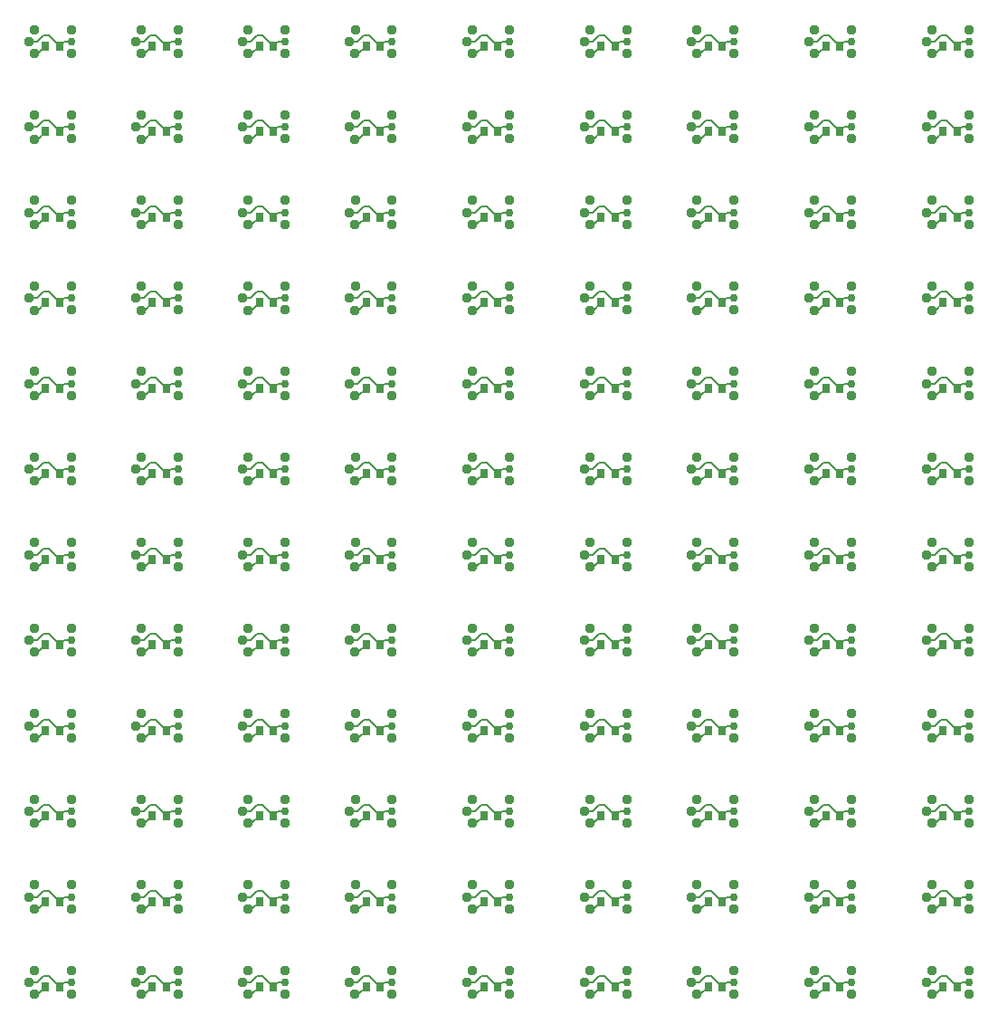
<source format=gbl>
G75*
%MOIN*%
%OFA0B0*%
%FSLAX25Y25*%
%IPPOS*%
%LPD*%
%AMOC8*
5,1,8,0,0,1.08239X$1,22.5*
%
%ADD10C,0.03772*%
%ADD11R,0.02756X0.03543*%
%ADD12C,0.00600*%
%ADD13C,0.02978*%
D10*
X0024135Y0024076D03*
X0022166Y0028465D03*
X0024253Y0032914D03*
X0037717Y0032914D03*
X0037757Y0024095D03*
X0061536Y0028465D03*
X0063505Y0024076D03*
X0063623Y0032914D03*
X0077087Y0032914D03*
X0077127Y0024095D03*
X0100906Y0028465D03*
X0102875Y0024076D03*
X0102993Y0032914D03*
X0116457Y0032914D03*
X0116497Y0024095D03*
X0140276Y0028465D03*
X0142245Y0024076D03*
X0142363Y0032914D03*
X0155828Y0032914D03*
X0155867Y0024095D03*
X0183583Y0028465D03*
X0185552Y0024076D03*
X0185670Y0032914D03*
X0199135Y0032914D03*
X0199174Y0024095D03*
X0226891Y0028465D03*
X0228859Y0024076D03*
X0228977Y0032914D03*
X0242442Y0032914D03*
X0242481Y0024095D03*
X0266261Y0028465D03*
X0268229Y0024076D03*
X0268347Y0032914D03*
X0281812Y0032914D03*
X0281851Y0024095D03*
X0309568Y0028465D03*
X0311536Y0024076D03*
X0311654Y0032914D03*
X0325119Y0032914D03*
X0325158Y0024095D03*
X0352875Y0028465D03*
X0354843Y0024076D03*
X0354961Y0032914D03*
X0368426Y0032914D03*
X0368465Y0024095D03*
X0368465Y0055591D03*
X0368426Y0064410D03*
X0354961Y0064410D03*
X0352875Y0059961D03*
X0354843Y0055572D03*
X0325158Y0055591D03*
X0325119Y0064410D03*
X0311654Y0064410D03*
X0309568Y0059961D03*
X0311536Y0055572D03*
X0281851Y0055591D03*
X0281812Y0064410D03*
X0268347Y0064410D03*
X0266261Y0059961D03*
X0268229Y0055572D03*
X0242481Y0055591D03*
X0242442Y0064410D03*
X0228977Y0064410D03*
X0226891Y0059961D03*
X0228859Y0055572D03*
X0199174Y0055591D03*
X0199135Y0064410D03*
X0185670Y0064410D03*
X0183583Y0059961D03*
X0185552Y0055572D03*
X0155867Y0055591D03*
X0155828Y0064410D03*
X0142363Y0064410D03*
X0140276Y0059961D03*
X0142245Y0055572D03*
X0116497Y0055591D03*
X0116457Y0064410D03*
X0102993Y0064410D03*
X0100906Y0059961D03*
X0102875Y0055572D03*
X0077127Y0055591D03*
X0077087Y0064410D03*
X0063623Y0064410D03*
X0061536Y0059961D03*
X0063505Y0055572D03*
X0037757Y0055591D03*
X0037717Y0064410D03*
X0024253Y0064410D03*
X0022166Y0059961D03*
X0024135Y0055572D03*
X0024135Y0087068D03*
X0022166Y0091457D03*
X0024253Y0095906D03*
X0037717Y0095906D03*
X0037757Y0087087D03*
X0061536Y0091457D03*
X0063623Y0095906D03*
X0063505Y0087068D03*
X0077127Y0087087D03*
X0077087Y0095906D03*
X0077127Y0118583D03*
X0077087Y0127402D03*
X0063623Y0127402D03*
X0061536Y0122954D03*
X0063505Y0118564D03*
X0037757Y0118583D03*
X0037717Y0127402D03*
X0024253Y0127402D03*
X0022166Y0122954D03*
X0024135Y0118564D03*
X0024135Y0150060D03*
X0022166Y0154450D03*
X0024253Y0158898D03*
X0037717Y0158898D03*
X0037757Y0150080D03*
X0061536Y0154450D03*
X0063505Y0150060D03*
X0063623Y0158898D03*
X0077087Y0158898D03*
X0077127Y0150080D03*
X0100906Y0154450D03*
X0102875Y0150060D03*
X0102993Y0158898D03*
X0116457Y0158898D03*
X0116497Y0150080D03*
X0116457Y0127402D03*
X0116497Y0118583D03*
X0102875Y0118564D03*
X0100906Y0122954D03*
X0102993Y0127402D03*
X0102993Y0095906D03*
X0100906Y0091457D03*
X0102875Y0087068D03*
X0116497Y0087087D03*
X0116457Y0095906D03*
X0140276Y0091457D03*
X0142363Y0095906D03*
X0142245Y0087068D03*
X0155867Y0087087D03*
X0155828Y0095906D03*
X0155867Y0118583D03*
X0155828Y0127402D03*
X0142363Y0127402D03*
X0140276Y0122954D03*
X0142245Y0118564D03*
X0142245Y0150060D03*
X0140276Y0154450D03*
X0142363Y0158898D03*
X0155828Y0158898D03*
X0155867Y0150080D03*
X0183583Y0154450D03*
X0185552Y0150060D03*
X0185670Y0158898D03*
X0199135Y0158898D03*
X0199174Y0150080D03*
X0199135Y0127402D03*
X0199174Y0118583D03*
X0185552Y0118564D03*
X0183583Y0122954D03*
X0185670Y0127402D03*
X0185670Y0095906D03*
X0183583Y0091457D03*
X0185552Y0087068D03*
X0199174Y0087087D03*
X0199135Y0095906D03*
X0226891Y0091457D03*
X0228977Y0095906D03*
X0228859Y0087068D03*
X0242481Y0087087D03*
X0242442Y0095906D03*
X0242481Y0118583D03*
X0242442Y0127402D03*
X0228977Y0127402D03*
X0226891Y0122954D03*
X0228859Y0118564D03*
X0228859Y0150060D03*
X0226891Y0154450D03*
X0228977Y0158898D03*
X0242442Y0158898D03*
X0242481Y0150080D03*
X0266261Y0154450D03*
X0268229Y0150060D03*
X0268347Y0158898D03*
X0281812Y0158898D03*
X0281851Y0150080D03*
X0281812Y0127402D03*
X0281851Y0118583D03*
X0268229Y0118564D03*
X0266261Y0122954D03*
X0268347Y0127402D03*
X0268347Y0095906D03*
X0266261Y0091457D03*
X0268229Y0087068D03*
X0281851Y0087087D03*
X0281812Y0095906D03*
X0309568Y0091457D03*
X0311654Y0095906D03*
X0311536Y0087068D03*
X0325158Y0087087D03*
X0325119Y0095906D03*
X0325158Y0118583D03*
X0325119Y0127402D03*
X0311654Y0127402D03*
X0309568Y0122954D03*
X0311536Y0118564D03*
X0311536Y0150060D03*
X0309568Y0154450D03*
X0311654Y0158898D03*
X0325119Y0158898D03*
X0325158Y0150080D03*
X0352875Y0154450D03*
X0354843Y0150060D03*
X0354961Y0158898D03*
X0368426Y0158898D03*
X0368465Y0150080D03*
X0368426Y0127402D03*
X0368465Y0118583D03*
X0354843Y0118564D03*
X0352875Y0122954D03*
X0354961Y0127402D03*
X0354961Y0095906D03*
X0352875Y0091457D03*
X0354843Y0087068D03*
X0368465Y0087087D03*
X0368426Y0095906D03*
X0368465Y0181576D03*
X0368426Y0190394D03*
X0354961Y0190394D03*
X0352875Y0185946D03*
X0354843Y0181556D03*
X0325158Y0181576D03*
X0325119Y0190394D03*
X0311654Y0190394D03*
X0309568Y0185946D03*
X0311536Y0181556D03*
X0281851Y0181576D03*
X0281812Y0190394D03*
X0268347Y0190394D03*
X0266261Y0185946D03*
X0268229Y0181556D03*
X0242481Y0181576D03*
X0242442Y0190394D03*
X0228977Y0190394D03*
X0226891Y0185946D03*
X0228859Y0181556D03*
X0199174Y0181576D03*
X0199135Y0190394D03*
X0185670Y0190394D03*
X0183583Y0185946D03*
X0185552Y0181556D03*
X0155867Y0181576D03*
X0155828Y0190394D03*
X0142363Y0190394D03*
X0140276Y0185946D03*
X0142245Y0181556D03*
X0116497Y0181576D03*
X0116457Y0190394D03*
X0102993Y0190394D03*
X0100906Y0185946D03*
X0102875Y0181556D03*
X0077127Y0181576D03*
X0077087Y0190394D03*
X0063623Y0190394D03*
X0061536Y0185946D03*
X0063505Y0181556D03*
X0037757Y0181576D03*
X0037717Y0190394D03*
X0024253Y0190394D03*
X0022166Y0185946D03*
X0024135Y0181556D03*
X0024135Y0213052D03*
X0022166Y0217442D03*
X0024253Y0221891D03*
X0037717Y0221891D03*
X0037757Y0213072D03*
X0061536Y0217442D03*
X0063505Y0213052D03*
X0063623Y0221891D03*
X0077087Y0221891D03*
X0077127Y0213072D03*
X0100906Y0217442D03*
X0102875Y0213052D03*
X0102993Y0221891D03*
X0116457Y0221891D03*
X0116497Y0213072D03*
X0140276Y0217442D03*
X0142245Y0213052D03*
X0142363Y0221891D03*
X0155828Y0221891D03*
X0155867Y0213072D03*
X0183583Y0217442D03*
X0185552Y0213052D03*
X0185670Y0221891D03*
X0199135Y0221891D03*
X0199174Y0213072D03*
X0226891Y0217442D03*
X0228859Y0213052D03*
X0228977Y0221891D03*
X0242442Y0221891D03*
X0242481Y0213072D03*
X0266261Y0217442D03*
X0268229Y0213052D03*
X0268347Y0221891D03*
X0281812Y0221891D03*
X0281851Y0213072D03*
X0309568Y0217442D03*
X0311536Y0213052D03*
X0311654Y0221891D03*
X0325119Y0221891D03*
X0325158Y0213072D03*
X0352875Y0217442D03*
X0354843Y0213052D03*
X0354961Y0221891D03*
X0368426Y0221891D03*
X0368465Y0213072D03*
X0368465Y0244568D03*
X0368426Y0253387D03*
X0354961Y0253387D03*
X0352875Y0248938D03*
X0354843Y0244548D03*
X0325158Y0244568D03*
X0325119Y0253387D03*
X0311654Y0253387D03*
X0309568Y0248938D03*
X0311536Y0244548D03*
X0281851Y0244568D03*
X0281812Y0253387D03*
X0268347Y0253387D03*
X0266261Y0248938D03*
X0268229Y0244548D03*
X0242481Y0244568D03*
X0242442Y0253387D03*
X0228977Y0253387D03*
X0226891Y0248938D03*
X0228859Y0244548D03*
X0199174Y0244568D03*
X0199135Y0253387D03*
X0185670Y0253387D03*
X0183583Y0248938D03*
X0185552Y0244548D03*
X0155867Y0244568D03*
X0155828Y0253387D03*
X0142363Y0253387D03*
X0140276Y0248938D03*
X0142245Y0244548D03*
X0116497Y0244568D03*
X0116457Y0253387D03*
X0102993Y0253387D03*
X0100906Y0248938D03*
X0102875Y0244548D03*
X0077127Y0244568D03*
X0077087Y0253387D03*
X0063623Y0253387D03*
X0061536Y0248938D03*
X0063505Y0244548D03*
X0037757Y0244568D03*
X0037717Y0253387D03*
X0024253Y0253387D03*
X0022166Y0248938D03*
X0024135Y0244548D03*
X0024135Y0276044D03*
X0022166Y0280434D03*
X0024253Y0284883D03*
X0037717Y0284883D03*
X0037757Y0276064D03*
X0061536Y0280434D03*
X0063505Y0276044D03*
X0063623Y0284883D03*
X0077087Y0284883D03*
X0077127Y0276064D03*
X0100906Y0280434D03*
X0102875Y0276044D03*
X0102993Y0284883D03*
X0116457Y0284883D03*
X0116497Y0276064D03*
X0140276Y0280434D03*
X0142245Y0276044D03*
X0142363Y0284883D03*
X0155828Y0284883D03*
X0155867Y0276064D03*
X0183583Y0280434D03*
X0185552Y0276044D03*
X0185670Y0284883D03*
X0199135Y0284883D03*
X0199174Y0276064D03*
X0226891Y0280434D03*
X0228859Y0276044D03*
X0228977Y0284883D03*
X0242442Y0284883D03*
X0242481Y0276064D03*
X0266261Y0280434D03*
X0268229Y0276044D03*
X0268347Y0284883D03*
X0281812Y0284883D03*
X0281851Y0276064D03*
X0309568Y0280434D03*
X0311536Y0276044D03*
X0311654Y0284883D03*
X0325119Y0284883D03*
X0325158Y0276064D03*
X0352875Y0280434D03*
X0354843Y0276044D03*
X0354961Y0284883D03*
X0368426Y0284883D03*
X0368465Y0276064D03*
X0368465Y0307560D03*
X0368426Y0316379D03*
X0354961Y0316379D03*
X0352875Y0311930D03*
X0354843Y0307540D03*
X0325158Y0307560D03*
X0325119Y0316379D03*
X0311654Y0316379D03*
X0309568Y0311930D03*
X0311536Y0307540D03*
X0281851Y0307560D03*
X0281812Y0316379D03*
X0268347Y0316379D03*
X0266261Y0311930D03*
X0268229Y0307540D03*
X0242481Y0307560D03*
X0242442Y0316379D03*
X0228977Y0316379D03*
X0226891Y0311930D03*
X0228859Y0307540D03*
X0199174Y0307560D03*
X0199135Y0316379D03*
X0185670Y0316379D03*
X0183583Y0311930D03*
X0185552Y0307540D03*
X0155867Y0307560D03*
X0155828Y0316379D03*
X0142363Y0316379D03*
X0140276Y0311930D03*
X0142245Y0307540D03*
X0116497Y0307560D03*
X0116457Y0316379D03*
X0102993Y0316379D03*
X0100906Y0311930D03*
X0102875Y0307540D03*
X0077127Y0307560D03*
X0077087Y0316379D03*
X0063623Y0316379D03*
X0061536Y0311930D03*
X0063505Y0307540D03*
X0037757Y0307560D03*
X0037717Y0316379D03*
X0024253Y0316379D03*
X0022166Y0311930D03*
X0024135Y0307540D03*
X0024135Y0339036D03*
X0022166Y0343426D03*
X0024253Y0347875D03*
X0037717Y0347875D03*
X0037757Y0339056D03*
X0061536Y0343426D03*
X0063505Y0339036D03*
X0063623Y0347875D03*
X0077087Y0347875D03*
X0077127Y0339056D03*
X0100906Y0343426D03*
X0102875Y0339036D03*
X0102993Y0347875D03*
X0116457Y0347875D03*
X0116497Y0339056D03*
X0140276Y0343426D03*
X0142245Y0339036D03*
X0142363Y0347875D03*
X0155828Y0347875D03*
X0155867Y0339056D03*
X0183583Y0343426D03*
X0185552Y0339036D03*
X0185670Y0347875D03*
X0199135Y0347875D03*
X0199174Y0339056D03*
X0226891Y0343426D03*
X0228859Y0339036D03*
X0228977Y0347875D03*
X0242442Y0347875D03*
X0242481Y0339056D03*
X0266261Y0343426D03*
X0268229Y0339036D03*
X0268347Y0347875D03*
X0281812Y0347875D03*
X0281851Y0339056D03*
X0309568Y0343426D03*
X0311536Y0339036D03*
X0311654Y0347875D03*
X0325119Y0347875D03*
X0325158Y0339056D03*
X0352875Y0343426D03*
X0354843Y0339036D03*
X0354961Y0347875D03*
X0368426Y0347875D03*
X0368465Y0339056D03*
X0368465Y0370552D03*
X0368426Y0379371D03*
X0354961Y0379371D03*
X0352875Y0374922D03*
X0354843Y0370532D03*
X0325158Y0370552D03*
X0325119Y0379371D03*
X0311654Y0379371D03*
X0309568Y0374922D03*
X0311536Y0370532D03*
X0281851Y0370552D03*
X0281812Y0379371D03*
X0268347Y0379371D03*
X0266261Y0374922D03*
X0268229Y0370532D03*
X0242481Y0370552D03*
X0242442Y0379371D03*
X0228977Y0379371D03*
X0226891Y0374922D03*
X0228859Y0370532D03*
X0199174Y0370552D03*
X0199135Y0379371D03*
X0185670Y0379371D03*
X0183583Y0374922D03*
X0185552Y0370532D03*
X0155867Y0370552D03*
X0155828Y0379371D03*
X0142363Y0379371D03*
X0140276Y0374922D03*
X0142245Y0370532D03*
X0116497Y0370552D03*
X0116457Y0379371D03*
X0102993Y0379371D03*
X0100906Y0374922D03*
X0102875Y0370532D03*
X0077127Y0370552D03*
X0077087Y0379371D03*
X0063623Y0379371D03*
X0061536Y0374922D03*
X0063505Y0370532D03*
X0037757Y0370552D03*
X0037717Y0379371D03*
X0024253Y0379371D03*
X0022166Y0374922D03*
X0024135Y0370532D03*
D11*
X0028297Y0373257D03*
X0033415Y0373257D03*
X0033415Y0341761D03*
X0028297Y0341761D03*
X0028297Y0310265D03*
X0033415Y0310265D03*
X0033415Y0278769D03*
X0028297Y0278769D03*
X0028297Y0247273D03*
X0033415Y0247273D03*
X0033415Y0215777D03*
X0028297Y0215777D03*
X0028297Y0184281D03*
X0033415Y0184281D03*
X0033415Y0152785D03*
X0028297Y0152785D03*
X0028297Y0121289D03*
X0033415Y0121289D03*
X0033415Y0089792D03*
X0028297Y0089792D03*
X0028297Y0058296D03*
X0033415Y0058296D03*
X0033415Y0026800D03*
X0028297Y0026800D03*
X0067667Y0026800D03*
X0072785Y0026800D03*
X0072785Y0058296D03*
X0067667Y0058296D03*
X0067667Y0089792D03*
X0072785Y0089792D03*
X0072785Y0121289D03*
X0067667Y0121289D03*
X0067667Y0152785D03*
X0072785Y0152785D03*
X0072785Y0184281D03*
X0067667Y0184281D03*
X0067667Y0215777D03*
X0072785Y0215777D03*
X0072785Y0247273D03*
X0067667Y0247273D03*
X0067667Y0278769D03*
X0072785Y0278769D03*
X0072785Y0310265D03*
X0067667Y0310265D03*
X0067667Y0341761D03*
X0072785Y0341761D03*
X0072785Y0373257D03*
X0067667Y0373257D03*
X0107037Y0373257D03*
X0112155Y0373257D03*
X0112155Y0341761D03*
X0107037Y0341761D03*
X0107037Y0310265D03*
X0112155Y0310265D03*
X0112155Y0278769D03*
X0107037Y0278769D03*
X0107037Y0247273D03*
X0112155Y0247273D03*
X0112155Y0215777D03*
X0107037Y0215777D03*
X0107037Y0184281D03*
X0112155Y0184281D03*
X0112155Y0152785D03*
X0107037Y0152785D03*
X0107037Y0121289D03*
X0112155Y0121289D03*
X0112155Y0089792D03*
X0107037Y0089792D03*
X0107037Y0058296D03*
X0112155Y0058296D03*
X0112155Y0026800D03*
X0107037Y0026800D03*
X0146407Y0026800D03*
X0151525Y0026800D03*
X0151525Y0058296D03*
X0146407Y0058296D03*
X0146407Y0089792D03*
X0151525Y0089792D03*
X0151525Y0121289D03*
X0146407Y0121289D03*
X0146407Y0152785D03*
X0151525Y0152785D03*
X0151525Y0184281D03*
X0146407Y0184281D03*
X0146407Y0215777D03*
X0151525Y0215777D03*
X0151525Y0247273D03*
X0146407Y0247273D03*
X0146407Y0278769D03*
X0151525Y0278769D03*
X0151525Y0310265D03*
X0146407Y0310265D03*
X0146407Y0341761D03*
X0151525Y0341761D03*
X0151525Y0373257D03*
X0146407Y0373257D03*
X0189714Y0373257D03*
X0194832Y0373257D03*
X0194832Y0341761D03*
X0189714Y0341761D03*
X0189714Y0310265D03*
X0194832Y0310265D03*
X0194832Y0278769D03*
X0189714Y0278769D03*
X0189714Y0247273D03*
X0194832Y0247273D03*
X0194832Y0215777D03*
X0189714Y0215777D03*
X0189714Y0184281D03*
X0194832Y0184281D03*
X0194832Y0152785D03*
X0189714Y0152785D03*
X0189714Y0121289D03*
X0194832Y0121289D03*
X0194832Y0089792D03*
X0189714Y0089792D03*
X0189714Y0058296D03*
X0194832Y0058296D03*
X0194832Y0026800D03*
X0189714Y0026800D03*
X0233021Y0026800D03*
X0238139Y0026800D03*
X0238139Y0058296D03*
X0233021Y0058296D03*
X0233021Y0089792D03*
X0238139Y0089792D03*
X0238139Y0121289D03*
X0233021Y0121289D03*
X0233021Y0152785D03*
X0238139Y0152785D03*
X0238139Y0184281D03*
X0233021Y0184281D03*
X0233021Y0215777D03*
X0238139Y0215777D03*
X0238139Y0247273D03*
X0233021Y0247273D03*
X0233021Y0278769D03*
X0238139Y0278769D03*
X0238139Y0310265D03*
X0233021Y0310265D03*
X0233021Y0341761D03*
X0238139Y0341761D03*
X0238139Y0373257D03*
X0233021Y0373257D03*
X0272391Y0373257D03*
X0277509Y0373257D03*
X0277509Y0341761D03*
X0272391Y0341761D03*
X0272391Y0310265D03*
X0277509Y0310265D03*
X0277509Y0278769D03*
X0272391Y0278769D03*
X0272391Y0247273D03*
X0277509Y0247273D03*
X0277509Y0215777D03*
X0272391Y0215777D03*
X0272391Y0184281D03*
X0277509Y0184281D03*
X0277509Y0152785D03*
X0272391Y0152785D03*
X0272391Y0121289D03*
X0277509Y0121289D03*
X0277509Y0089792D03*
X0272391Y0089792D03*
X0272391Y0058296D03*
X0277509Y0058296D03*
X0277509Y0026800D03*
X0272391Y0026800D03*
X0315698Y0026800D03*
X0320816Y0026800D03*
X0320816Y0058296D03*
X0315698Y0058296D03*
X0315698Y0089792D03*
X0320816Y0089792D03*
X0320816Y0121289D03*
X0315698Y0121289D03*
X0315698Y0152785D03*
X0320816Y0152785D03*
X0320816Y0184281D03*
X0315698Y0184281D03*
X0315698Y0215777D03*
X0320816Y0215777D03*
X0320816Y0247273D03*
X0315698Y0247273D03*
X0315698Y0278769D03*
X0320816Y0278769D03*
X0320816Y0310265D03*
X0315698Y0310265D03*
X0315698Y0341761D03*
X0320816Y0341761D03*
X0320816Y0373257D03*
X0315698Y0373257D03*
X0359005Y0373257D03*
X0364123Y0373257D03*
X0364123Y0341761D03*
X0359005Y0341761D03*
X0359005Y0310265D03*
X0364123Y0310265D03*
X0364123Y0278769D03*
X0359005Y0278769D03*
X0359005Y0247273D03*
X0364123Y0247273D03*
X0364123Y0215777D03*
X0359005Y0215777D03*
X0359005Y0184281D03*
X0364123Y0184281D03*
X0364123Y0152785D03*
X0359005Y0152785D03*
X0359005Y0121289D03*
X0364123Y0121289D03*
X0364123Y0089792D03*
X0359005Y0089792D03*
X0359005Y0058296D03*
X0364123Y0058296D03*
X0364123Y0026800D03*
X0359005Y0026800D03*
D12*
X0356281Y0024076D01*
X0354843Y0024076D01*
X0354646Y0028465D02*
X0352875Y0028465D01*
X0355804Y0028465D01*
X0358149Y0030810D01*
X0360114Y0030810D01*
X0364123Y0026800D01*
X0365788Y0028465D01*
X0368623Y0028465D01*
X0356281Y0055572D02*
X0359005Y0058296D01*
X0355804Y0059961D02*
X0358149Y0062306D01*
X0360114Y0062306D01*
X0364123Y0058296D01*
X0365788Y0059961D01*
X0368623Y0059961D01*
X0355804Y0059961D02*
X0352875Y0059961D01*
X0354646Y0059961D01*
X0354843Y0055572D02*
X0356281Y0055572D01*
X0325316Y0059961D02*
X0322481Y0059961D01*
X0320816Y0058296D01*
X0316807Y0062306D01*
X0314842Y0062306D01*
X0312497Y0059961D01*
X0309568Y0059961D01*
X0311339Y0059961D01*
X0311536Y0055572D02*
X0312973Y0055572D01*
X0315698Y0058296D01*
X0314842Y0030810D02*
X0312497Y0028465D01*
X0309568Y0028465D01*
X0311339Y0028465D01*
X0314842Y0030810D02*
X0316807Y0030810D01*
X0320816Y0026800D01*
X0322481Y0028465D01*
X0325316Y0028465D01*
X0315698Y0026800D02*
X0312973Y0024076D01*
X0311536Y0024076D01*
X0282009Y0028465D02*
X0279174Y0028465D01*
X0277509Y0026800D01*
X0273500Y0030810D01*
X0271535Y0030810D01*
X0269190Y0028465D01*
X0266261Y0028465D01*
X0268032Y0028465D01*
X0268229Y0024076D02*
X0269666Y0024076D01*
X0272391Y0026800D01*
X0242639Y0028465D02*
X0239804Y0028465D01*
X0238139Y0026800D01*
X0234129Y0030810D01*
X0232164Y0030810D01*
X0229820Y0028465D01*
X0226891Y0028465D01*
X0228662Y0028465D01*
X0228859Y0024076D02*
X0230296Y0024076D01*
X0233021Y0026800D01*
X0230296Y0055572D02*
X0228859Y0055572D01*
X0230296Y0055572D02*
X0233021Y0058296D01*
X0229820Y0059961D02*
X0232164Y0062306D01*
X0234129Y0062306D01*
X0238139Y0058296D01*
X0239804Y0059961D01*
X0242639Y0059961D01*
X0229820Y0059961D02*
X0226891Y0059961D01*
X0228662Y0059961D01*
X0228859Y0087068D02*
X0230296Y0087068D01*
X0233021Y0089792D01*
X0229820Y0091457D02*
X0232164Y0093802D01*
X0234129Y0093802D01*
X0238139Y0089792D01*
X0239804Y0091457D01*
X0242639Y0091457D01*
X0229820Y0091457D02*
X0226891Y0091457D01*
X0228662Y0091457D01*
X0228859Y0118564D02*
X0230296Y0118564D01*
X0233021Y0121289D01*
X0229820Y0122954D02*
X0232164Y0125298D01*
X0234129Y0125298D01*
X0238139Y0121289D01*
X0239804Y0122954D01*
X0242639Y0122954D01*
X0229820Y0122954D02*
X0226891Y0122954D01*
X0228662Y0122954D01*
X0228859Y0150060D02*
X0230296Y0150060D01*
X0233021Y0152785D01*
X0229820Y0154450D02*
X0232164Y0156794D01*
X0234129Y0156794D01*
X0238139Y0152785D01*
X0239804Y0154450D01*
X0242639Y0154450D01*
X0229820Y0154450D02*
X0226891Y0154450D01*
X0228662Y0154450D01*
X0228859Y0181556D02*
X0230296Y0181556D01*
X0233021Y0184281D01*
X0229820Y0185946D02*
X0232164Y0188290D01*
X0234129Y0188290D01*
X0238139Y0184281D01*
X0239804Y0185946D01*
X0242639Y0185946D01*
X0229820Y0185946D02*
X0226891Y0185946D01*
X0228662Y0185946D01*
X0228859Y0213052D02*
X0230296Y0213052D01*
X0233021Y0215777D01*
X0229820Y0217442D02*
X0232164Y0219786D01*
X0234129Y0219786D01*
X0238139Y0215777D01*
X0239804Y0217442D01*
X0242639Y0217442D01*
X0229820Y0217442D02*
X0226891Y0217442D01*
X0228662Y0217442D01*
X0228859Y0244548D02*
X0230296Y0244548D01*
X0233021Y0247273D01*
X0229820Y0248938D02*
X0232164Y0251282D01*
X0234129Y0251282D01*
X0238139Y0247273D01*
X0239804Y0248938D01*
X0242639Y0248938D01*
X0229820Y0248938D02*
X0226891Y0248938D01*
X0228662Y0248938D01*
X0228859Y0276044D02*
X0230296Y0276044D01*
X0233021Y0278769D01*
X0229820Y0280434D02*
X0232164Y0282779D01*
X0234129Y0282779D01*
X0238139Y0278769D01*
X0239804Y0280434D01*
X0242639Y0280434D01*
X0229820Y0280434D02*
X0226891Y0280434D01*
X0228662Y0280434D01*
X0228859Y0307540D02*
X0230296Y0307540D01*
X0233021Y0310265D01*
X0229820Y0311930D02*
X0232164Y0314275D01*
X0234129Y0314275D01*
X0238139Y0310265D01*
X0239804Y0311930D01*
X0242639Y0311930D01*
X0229820Y0311930D02*
X0226891Y0311930D01*
X0228662Y0311930D01*
X0228859Y0339036D02*
X0230296Y0339036D01*
X0233021Y0341761D01*
X0229820Y0343426D02*
X0232164Y0345771D01*
X0234129Y0345771D01*
X0238139Y0341761D01*
X0239804Y0343426D01*
X0242639Y0343426D01*
X0229820Y0343426D02*
X0226891Y0343426D01*
X0228662Y0343426D01*
X0228859Y0370532D02*
X0230296Y0370532D01*
X0233021Y0373257D01*
X0229820Y0374922D02*
X0232164Y0377267D01*
X0234129Y0377267D01*
X0238139Y0373257D01*
X0239804Y0374922D01*
X0242639Y0374922D01*
X0229820Y0374922D02*
X0226891Y0374922D01*
X0228662Y0374922D01*
X0199331Y0374922D02*
X0196497Y0374922D01*
X0194832Y0373257D01*
X0190822Y0377267D01*
X0188857Y0377267D01*
X0186513Y0374922D01*
X0183583Y0374922D01*
X0185355Y0374922D01*
X0185552Y0370532D02*
X0186989Y0370532D01*
X0189714Y0373257D01*
X0188857Y0345771D02*
X0190822Y0345771D01*
X0194832Y0341761D01*
X0196497Y0343426D01*
X0199331Y0343426D01*
X0189714Y0341761D02*
X0186989Y0339036D01*
X0185552Y0339036D01*
X0185355Y0343426D02*
X0183583Y0343426D01*
X0186513Y0343426D01*
X0188857Y0345771D01*
X0188857Y0314275D02*
X0190822Y0314275D01*
X0194832Y0310265D01*
X0196497Y0311930D01*
X0199331Y0311930D01*
X0189714Y0310265D02*
X0186989Y0307540D01*
X0185552Y0307540D01*
X0185355Y0311930D02*
X0183583Y0311930D01*
X0186513Y0311930D01*
X0188857Y0314275D01*
X0188857Y0282779D02*
X0190822Y0282779D01*
X0194832Y0278769D01*
X0196497Y0280434D01*
X0199331Y0280434D01*
X0189714Y0278769D02*
X0186989Y0276044D01*
X0185552Y0276044D01*
X0185355Y0280434D02*
X0183583Y0280434D01*
X0186513Y0280434D01*
X0188857Y0282779D01*
X0188857Y0251282D02*
X0190822Y0251282D01*
X0194832Y0247273D01*
X0196497Y0248938D01*
X0199331Y0248938D01*
X0189714Y0247273D02*
X0186989Y0244548D01*
X0185552Y0244548D01*
X0185355Y0248938D02*
X0183583Y0248938D01*
X0186513Y0248938D01*
X0188857Y0251282D01*
X0188857Y0219786D02*
X0190822Y0219786D01*
X0194832Y0215777D01*
X0196497Y0217442D01*
X0199331Y0217442D01*
X0189714Y0215777D02*
X0186989Y0213052D01*
X0185552Y0213052D01*
X0185355Y0217442D02*
X0183583Y0217442D01*
X0186513Y0217442D01*
X0188857Y0219786D01*
X0188857Y0188290D02*
X0190822Y0188290D01*
X0194832Y0184281D01*
X0196497Y0185946D01*
X0199331Y0185946D01*
X0189714Y0184281D02*
X0186989Y0181556D01*
X0185552Y0181556D01*
X0185355Y0185946D02*
X0183583Y0185946D01*
X0186513Y0185946D01*
X0188857Y0188290D01*
X0188857Y0156794D02*
X0190822Y0156794D01*
X0194832Y0152785D01*
X0196497Y0154450D01*
X0199331Y0154450D01*
X0189714Y0152785D02*
X0186989Y0150060D01*
X0185552Y0150060D01*
X0185355Y0154450D02*
X0183583Y0154450D01*
X0186513Y0154450D01*
X0188857Y0156794D01*
X0188857Y0125298D02*
X0190822Y0125298D01*
X0194832Y0121289D01*
X0196497Y0122954D01*
X0199331Y0122954D01*
X0189714Y0121289D02*
X0186989Y0118564D01*
X0185552Y0118564D01*
X0185355Y0122954D02*
X0183583Y0122954D01*
X0186513Y0122954D01*
X0188857Y0125298D01*
X0188857Y0093802D02*
X0190822Y0093802D01*
X0194832Y0089792D01*
X0196497Y0091457D01*
X0199331Y0091457D01*
X0189714Y0089792D02*
X0186989Y0087068D01*
X0185552Y0087068D01*
X0185355Y0091457D02*
X0183583Y0091457D01*
X0186513Y0091457D01*
X0188857Y0093802D01*
X0188857Y0062306D02*
X0190822Y0062306D01*
X0194832Y0058296D01*
X0196497Y0059961D01*
X0199331Y0059961D01*
X0189714Y0058296D02*
X0186989Y0055572D01*
X0185552Y0055572D01*
X0185355Y0059961D02*
X0183583Y0059961D01*
X0186513Y0059961D01*
X0188857Y0062306D01*
X0188857Y0030810D02*
X0190822Y0030810D01*
X0194832Y0026800D01*
X0196497Y0028465D01*
X0199331Y0028465D01*
X0189714Y0026800D02*
X0186989Y0024076D01*
X0185552Y0024076D01*
X0185355Y0028465D02*
X0183583Y0028465D01*
X0186513Y0028465D01*
X0188857Y0030810D01*
X0156024Y0028465D02*
X0153190Y0028465D01*
X0151525Y0026800D01*
X0147515Y0030810D01*
X0145550Y0030810D01*
X0143206Y0028465D01*
X0140276Y0028465D01*
X0142048Y0028465D01*
X0142245Y0024076D02*
X0143682Y0024076D01*
X0146407Y0026800D01*
X0116654Y0028465D02*
X0113820Y0028465D01*
X0112155Y0026800D01*
X0108145Y0030810D01*
X0106180Y0030810D01*
X0103836Y0028465D01*
X0100906Y0028465D01*
X0102678Y0028465D01*
X0102875Y0024076D02*
X0104312Y0024076D01*
X0107037Y0026800D01*
X0104312Y0055572D02*
X0102875Y0055572D01*
X0104312Y0055572D02*
X0107037Y0058296D01*
X0103836Y0059961D02*
X0106180Y0062306D01*
X0108145Y0062306D01*
X0112155Y0058296D01*
X0113820Y0059961D01*
X0116654Y0059961D01*
X0103836Y0059961D02*
X0100906Y0059961D01*
X0102678Y0059961D01*
X0077284Y0059961D02*
X0074450Y0059961D01*
X0072785Y0058296D01*
X0068775Y0062306D01*
X0066810Y0062306D01*
X0064465Y0059961D01*
X0061536Y0059961D01*
X0063308Y0059961D01*
X0063505Y0055572D02*
X0064942Y0055572D01*
X0067667Y0058296D01*
X0066810Y0030810D02*
X0068775Y0030810D01*
X0072785Y0026800D01*
X0074450Y0028465D01*
X0077284Y0028465D01*
X0067667Y0026800D02*
X0064942Y0024076D01*
X0063505Y0024076D01*
X0063308Y0028465D02*
X0061536Y0028465D01*
X0064465Y0028465D01*
X0066810Y0030810D01*
X0037914Y0028465D02*
X0035080Y0028465D01*
X0033415Y0026800D01*
X0029405Y0030810D01*
X0027440Y0030810D01*
X0025095Y0028465D01*
X0022166Y0028465D01*
X0023938Y0028465D01*
X0024135Y0024076D02*
X0025572Y0024076D01*
X0028297Y0026800D01*
X0025572Y0055572D02*
X0028297Y0058296D01*
X0025095Y0059961D02*
X0027440Y0062306D01*
X0029405Y0062306D01*
X0033415Y0058296D01*
X0035080Y0059961D01*
X0037914Y0059961D01*
X0025095Y0059961D02*
X0022166Y0059961D01*
X0023938Y0059961D01*
X0024135Y0055572D02*
X0025572Y0055572D01*
X0025572Y0087068D02*
X0028297Y0089792D01*
X0025095Y0091457D02*
X0027440Y0093802D01*
X0029405Y0093802D01*
X0033415Y0089792D01*
X0035080Y0091457D01*
X0037914Y0091457D01*
X0025095Y0091457D02*
X0022166Y0091457D01*
X0023938Y0091457D01*
X0024135Y0087068D02*
X0025572Y0087068D01*
X0025572Y0118564D02*
X0028297Y0121289D01*
X0025095Y0122954D02*
X0027440Y0125298D01*
X0029405Y0125298D01*
X0033415Y0121289D01*
X0035080Y0122954D01*
X0037914Y0122954D01*
X0025095Y0122954D02*
X0022166Y0122954D01*
X0023938Y0122954D01*
X0024135Y0118564D02*
X0025572Y0118564D01*
X0025572Y0150060D02*
X0028297Y0152785D01*
X0025095Y0154450D02*
X0027440Y0156794D01*
X0029405Y0156794D01*
X0033415Y0152785D01*
X0035080Y0154450D01*
X0037914Y0154450D01*
X0025095Y0154450D02*
X0022166Y0154450D01*
X0023938Y0154450D01*
X0024135Y0150060D02*
X0025572Y0150060D01*
X0025572Y0181556D02*
X0028297Y0184281D01*
X0025095Y0185946D02*
X0027440Y0188290D01*
X0029405Y0188290D01*
X0033415Y0184281D01*
X0035080Y0185946D01*
X0037914Y0185946D01*
X0025095Y0185946D02*
X0022166Y0185946D01*
X0023938Y0185946D01*
X0024135Y0181556D02*
X0025572Y0181556D01*
X0025572Y0213052D02*
X0028297Y0215777D01*
X0025095Y0217442D02*
X0027440Y0219786D01*
X0029405Y0219786D01*
X0033415Y0215777D01*
X0035080Y0217442D01*
X0037914Y0217442D01*
X0025095Y0217442D02*
X0022166Y0217442D01*
X0023938Y0217442D01*
X0024135Y0213052D02*
X0025572Y0213052D01*
X0025572Y0244548D02*
X0028297Y0247273D01*
X0025095Y0248938D02*
X0027440Y0251282D01*
X0029405Y0251282D01*
X0033415Y0247273D01*
X0035080Y0248938D01*
X0037914Y0248938D01*
X0025095Y0248938D02*
X0022166Y0248938D01*
X0023938Y0248938D01*
X0024135Y0244548D02*
X0025572Y0244548D01*
X0025572Y0276044D02*
X0028297Y0278769D01*
X0025095Y0280434D02*
X0027440Y0282779D01*
X0029405Y0282779D01*
X0033415Y0278769D01*
X0035080Y0280434D01*
X0037914Y0280434D01*
X0025095Y0280434D02*
X0022166Y0280434D01*
X0023938Y0280434D01*
X0024135Y0276044D02*
X0025572Y0276044D01*
X0025572Y0307540D02*
X0028297Y0310265D01*
X0025095Y0311930D02*
X0027440Y0314275D01*
X0029405Y0314275D01*
X0033415Y0310265D01*
X0035080Y0311930D01*
X0037914Y0311930D01*
X0025095Y0311930D02*
X0022166Y0311930D01*
X0023938Y0311930D01*
X0024135Y0307540D02*
X0025572Y0307540D01*
X0025572Y0339036D02*
X0028297Y0341761D01*
X0025095Y0343426D02*
X0027440Y0345771D01*
X0029405Y0345771D01*
X0033415Y0341761D01*
X0035080Y0343426D01*
X0037914Y0343426D01*
X0025095Y0343426D02*
X0022166Y0343426D01*
X0023938Y0343426D01*
X0024135Y0339036D02*
X0025572Y0339036D01*
X0025572Y0370532D02*
X0028297Y0373257D01*
X0025095Y0374922D02*
X0027440Y0377267D01*
X0029405Y0377267D01*
X0033415Y0373257D01*
X0035080Y0374922D01*
X0037914Y0374922D01*
X0025095Y0374922D02*
X0022166Y0374922D01*
X0023938Y0374922D01*
X0024135Y0370532D02*
X0025572Y0370532D01*
X0061536Y0374922D02*
X0064465Y0374922D01*
X0066810Y0377267D01*
X0068775Y0377267D01*
X0072785Y0373257D01*
X0074450Y0374922D01*
X0077284Y0374922D01*
X0067667Y0373257D02*
X0064942Y0370532D01*
X0063505Y0370532D01*
X0063308Y0374922D02*
X0061536Y0374922D01*
X0066810Y0345771D02*
X0068775Y0345771D01*
X0072785Y0341761D01*
X0074450Y0343426D01*
X0077284Y0343426D01*
X0067667Y0341761D02*
X0064942Y0339036D01*
X0063505Y0339036D01*
X0063308Y0343426D02*
X0061536Y0343426D01*
X0064465Y0343426D01*
X0066810Y0345771D01*
X0066810Y0314275D02*
X0068775Y0314275D01*
X0072785Y0310265D01*
X0074450Y0311930D01*
X0077284Y0311930D01*
X0067667Y0310265D02*
X0064942Y0307540D01*
X0063505Y0307540D01*
X0063308Y0311930D02*
X0061536Y0311930D01*
X0064465Y0311930D01*
X0066810Y0314275D01*
X0066810Y0282779D02*
X0068775Y0282779D01*
X0072785Y0278769D01*
X0074450Y0280434D01*
X0077284Y0280434D01*
X0067667Y0278769D02*
X0064942Y0276044D01*
X0063505Y0276044D01*
X0063308Y0280434D02*
X0061536Y0280434D01*
X0064465Y0280434D01*
X0066810Y0282779D01*
X0066810Y0251282D02*
X0068775Y0251282D01*
X0072785Y0247273D01*
X0074450Y0248938D01*
X0077284Y0248938D01*
X0067667Y0247273D02*
X0064942Y0244548D01*
X0063505Y0244548D01*
X0063308Y0248938D02*
X0061536Y0248938D01*
X0064465Y0248938D01*
X0066810Y0251282D01*
X0066810Y0219786D02*
X0068775Y0219786D01*
X0072785Y0215777D01*
X0074450Y0217442D01*
X0077284Y0217442D01*
X0067667Y0215777D02*
X0064942Y0213052D01*
X0063505Y0213052D01*
X0063308Y0217442D02*
X0061536Y0217442D01*
X0064465Y0217442D01*
X0066810Y0219786D01*
X0066810Y0188290D02*
X0068775Y0188290D01*
X0072785Y0184281D01*
X0074450Y0185946D01*
X0077284Y0185946D01*
X0067667Y0184281D02*
X0064942Y0181556D01*
X0063505Y0181556D01*
X0063308Y0185946D02*
X0061536Y0185946D01*
X0064465Y0185946D01*
X0066810Y0188290D01*
X0066810Y0156794D02*
X0068775Y0156794D01*
X0072785Y0152785D01*
X0074450Y0154450D01*
X0077284Y0154450D01*
X0067667Y0152785D02*
X0064942Y0150060D01*
X0063505Y0150060D01*
X0063308Y0154450D02*
X0061536Y0154450D01*
X0064465Y0154450D01*
X0066810Y0156794D01*
X0066810Y0125298D02*
X0068775Y0125298D01*
X0072785Y0121289D01*
X0074450Y0122954D01*
X0077284Y0122954D01*
X0067667Y0121289D02*
X0064942Y0118564D01*
X0063505Y0118564D01*
X0063308Y0122954D02*
X0061536Y0122954D01*
X0064465Y0122954D01*
X0066810Y0125298D01*
X0066810Y0093802D02*
X0068775Y0093802D01*
X0072785Y0089792D01*
X0074450Y0091457D01*
X0077284Y0091457D01*
X0067667Y0089792D02*
X0064942Y0087068D01*
X0063505Y0087068D01*
X0063308Y0091457D02*
X0061536Y0091457D01*
X0064465Y0091457D01*
X0066810Y0093802D01*
X0100906Y0091457D02*
X0103836Y0091457D01*
X0106180Y0093802D01*
X0108145Y0093802D01*
X0112155Y0089792D01*
X0113820Y0091457D01*
X0116654Y0091457D01*
X0107037Y0089792D02*
X0104312Y0087068D01*
X0102875Y0087068D01*
X0102678Y0091457D02*
X0100906Y0091457D01*
X0102875Y0118564D02*
X0104312Y0118564D01*
X0107037Y0121289D01*
X0103836Y0122954D02*
X0106180Y0125298D01*
X0108145Y0125298D01*
X0112155Y0121289D01*
X0113820Y0122954D01*
X0116654Y0122954D01*
X0103836Y0122954D02*
X0100906Y0122954D01*
X0102678Y0122954D01*
X0102875Y0150060D02*
X0104312Y0150060D01*
X0107037Y0152785D01*
X0103836Y0154450D02*
X0106180Y0156794D01*
X0108145Y0156794D01*
X0112155Y0152785D01*
X0113820Y0154450D01*
X0116654Y0154450D01*
X0103836Y0154450D02*
X0100906Y0154450D01*
X0102678Y0154450D01*
X0102875Y0181556D02*
X0104312Y0181556D01*
X0107037Y0184281D01*
X0103836Y0185946D02*
X0106180Y0188290D01*
X0108145Y0188290D01*
X0112155Y0184281D01*
X0113820Y0185946D01*
X0116654Y0185946D01*
X0103836Y0185946D02*
X0100906Y0185946D01*
X0102678Y0185946D01*
X0102875Y0213052D02*
X0104312Y0213052D01*
X0107037Y0215777D01*
X0103836Y0217442D02*
X0106180Y0219786D01*
X0108145Y0219786D01*
X0112155Y0215777D01*
X0113820Y0217442D01*
X0116654Y0217442D01*
X0103836Y0217442D02*
X0100906Y0217442D01*
X0102678Y0217442D01*
X0102875Y0244548D02*
X0104312Y0244548D01*
X0107037Y0247273D01*
X0103836Y0248938D02*
X0106180Y0251282D01*
X0108145Y0251282D01*
X0112155Y0247273D01*
X0113820Y0248938D01*
X0116654Y0248938D01*
X0103836Y0248938D02*
X0100906Y0248938D01*
X0102678Y0248938D01*
X0102875Y0276044D02*
X0104312Y0276044D01*
X0107037Y0278769D01*
X0103836Y0280434D02*
X0106180Y0282779D01*
X0108145Y0282779D01*
X0112155Y0278769D01*
X0113820Y0280434D01*
X0116654Y0280434D01*
X0103836Y0280434D02*
X0100906Y0280434D01*
X0102678Y0280434D01*
X0102875Y0307540D02*
X0104312Y0307540D01*
X0107037Y0310265D01*
X0103836Y0311930D02*
X0106180Y0314275D01*
X0108145Y0314275D01*
X0112155Y0310265D01*
X0113820Y0311930D01*
X0116654Y0311930D01*
X0103836Y0311930D02*
X0100906Y0311930D01*
X0102678Y0311930D01*
X0102875Y0339036D02*
X0104312Y0339036D01*
X0107037Y0341761D01*
X0103836Y0343426D02*
X0106180Y0345771D01*
X0108145Y0345771D01*
X0112155Y0341761D01*
X0113820Y0343426D01*
X0116654Y0343426D01*
X0103836Y0343426D02*
X0100906Y0343426D01*
X0102678Y0343426D01*
X0102875Y0370532D02*
X0104312Y0370532D01*
X0107037Y0373257D01*
X0103836Y0374922D02*
X0106180Y0377267D01*
X0108145Y0377267D01*
X0112155Y0373257D01*
X0113820Y0374922D01*
X0116654Y0374922D01*
X0103836Y0374922D02*
X0100906Y0374922D01*
X0102678Y0374922D01*
X0140276Y0374922D02*
X0143206Y0374922D01*
X0145550Y0377267D01*
X0147515Y0377267D01*
X0151525Y0373257D01*
X0153190Y0374922D01*
X0156024Y0374922D01*
X0146407Y0373257D02*
X0143682Y0370532D01*
X0142245Y0370532D01*
X0142048Y0374922D02*
X0140276Y0374922D01*
X0145550Y0345771D02*
X0147515Y0345771D01*
X0151525Y0341761D01*
X0153190Y0343426D01*
X0156024Y0343426D01*
X0146407Y0341761D02*
X0143682Y0339036D01*
X0142245Y0339036D01*
X0142048Y0343426D02*
X0140276Y0343426D01*
X0143206Y0343426D01*
X0145550Y0345771D01*
X0145550Y0314275D02*
X0147515Y0314275D01*
X0151525Y0310265D01*
X0153190Y0311930D01*
X0156024Y0311930D01*
X0146407Y0310265D02*
X0143682Y0307540D01*
X0142245Y0307540D01*
X0142048Y0311930D02*
X0140276Y0311930D01*
X0143206Y0311930D01*
X0145550Y0314275D01*
X0145550Y0282779D02*
X0147515Y0282779D01*
X0151525Y0278769D01*
X0153190Y0280434D01*
X0156024Y0280434D01*
X0146407Y0278769D02*
X0143682Y0276044D01*
X0142245Y0276044D01*
X0142048Y0280434D02*
X0140276Y0280434D01*
X0143206Y0280434D01*
X0145550Y0282779D01*
X0145550Y0251282D02*
X0147515Y0251282D01*
X0151525Y0247273D01*
X0153190Y0248938D01*
X0156024Y0248938D01*
X0146407Y0247273D02*
X0143682Y0244548D01*
X0142245Y0244548D01*
X0142048Y0248938D02*
X0140276Y0248938D01*
X0143206Y0248938D01*
X0145550Y0251282D01*
X0145550Y0219786D02*
X0147515Y0219786D01*
X0151525Y0215777D01*
X0153190Y0217442D01*
X0156024Y0217442D01*
X0146407Y0215777D02*
X0143682Y0213052D01*
X0142245Y0213052D01*
X0142048Y0217442D02*
X0140276Y0217442D01*
X0143206Y0217442D01*
X0145550Y0219786D01*
X0145550Y0188290D02*
X0147515Y0188290D01*
X0151525Y0184281D01*
X0153190Y0185946D01*
X0156024Y0185946D01*
X0146407Y0184281D02*
X0143682Y0181556D01*
X0142245Y0181556D01*
X0142048Y0185946D02*
X0140276Y0185946D01*
X0143206Y0185946D01*
X0145550Y0188290D01*
X0145550Y0156794D02*
X0147515Y0156794D01*
X0151525Y0152785D01*
X0153190Y0154450D01*
X0156024Y0154450D01*
X0146407Y0152785D02*
X0143682Y0150060D01*
X0142245Y0150060D01*
X0142048Y0154450D02*
X0140276Y0154450D01*
X0143206Y0154450D01*
X0145550Y0156794D01*
X0145550Y0125298D02*
X0147515Y0125298D01*
X0151525Y0121289D01*
X0153190Y0122954D01*
X0156024Y0122954D01*
X0146407Y0121289D02*
X0143682Y0118564D01*
X0142245Y0118564D01*
X0142048Y0122954D02*
X0140276Y0122954D01*
X0143206Y0122954D01*
X0145550Y0125298D01*
X0145550Y0093802D02*
X0147515Y0093802D01*
X0151525Y0089792D01*
X0153190Y0091457D01*
X0156024Y0091457D01*
X0146407Y0089792D02*
X0143682Y0087068D01*
X0142245Y0087068D01*
X0142048Y0091457D02*
X0140276Y0091457D01*
X0143206Y0091457D01*
X0145550Y0093802D01*
X0145550Y0062306D02*
X0147515Y0062306D01*
X0151525Y0058296D01*
X0153190Y0059961D01*
X0156024Y0059961D01*
X0146407Y0058296D02*
X0143682Y0055572D01*
X0142245Y0055572D01*
X0142048Y0059961D02*
X0140276Y0059961D01*
X0143206Y0059961D01*
X0145550Y0062306D01*
X0266261Y0059961D02*
X0269190Y0059961D01*
X0271535Y0062306D01*
X0273500Y0062306D01*
X0277509Y0058296D01*
X0279174Y0059961D01*
X0282009Y0059961D01*
X0272391Y0058296D02*
X0269666Y0055572D01*
X0268229Y0055572D01*
X0268032Y0059961D02*
X0266261Y0059961D01*
X0268229Y0087068D02*
X0269666Y0087068D01*
X0272391Y0089792D01*
X0269190Y0091457D02*
X0271535Y0093802D01*
X0273500Y0093802D01*
X0277509Y0089792D01*
X0279174Y0091457D01*
X0282009Y0091457D01*
X0269190Y0091457D02*
X0266261Y0091457D01*
X0268032Y0091457D01*
X0268229Y0118564D02*
X0269666Y0118564D01*
X0272391Y0121289D01*
X0269190Y0122954D02*
X0271535Y0125298D01*
X0273500Y0125298D01*
X0277509Y0121289D01*
X0279174Y0122954D01*
X0282009Y0122954D01*
X0269190Y0122954D02*
X0266261Y0122954D01*
X0268032Y0122954D01*
X0268229Y0150060D02*
X0269666Y0150060D01*
X0272391Y0152785D01*
X0269190Y0154450D02*
X0271535Y0156794D01*
X0273500Y0156794D01*
X0277509Y0152785D01*
X0279174Y0154450D01*
X0282009Y0154450D01*
X0269190Y0154450D02*
X0266261Y0154450D01*
X0268032Y0154450D01*
X0268229Y0181556D02*
X0269666Y0181556D01*
X0272391Y0184281D01*
X0269190Y0185946D02*
X0271535Y0188290D01*
X0273500Y0188290D01*
X0277509Y0184281D01*
X0279174Y0185946D01*
X0282009Y0185946D01*
X0269190Y0185946D02*
X0266261Y0185946D01*
X0268032Y0185946D01*
X0268229Y0213052D02*
X0269666Y0213052D01*
X0272391Y0215777D01*
X0269190Y0217442D02*
X0271535Y0219786D01*
X0273500Y0219786D01*
X0277509Y0215777D01*
X0279174Y0217442D01*
X0282009Y0217442D01*
X0269190Y0217442D02*
X0266261Y0217442D01*
X0268032Y0217442D01*
X0268229Y0244548D02*
X0269666Y0244548D01*
X0272391Y0247273D01*
X0269190Y0248938D02*
X0271535Y0251282D01*
X0273500Y0251282D01*
X0277509Y0247273D01*
X0279174Y0248938D01*
X0282009Y0248938D01*
X0269190Y0248938D02*
X0266261Y0248938D01*
X0268032Y0248938D01*
X0268229Y0276044D02*
X0269666Y0276044D01*
X0272391Y0278769D01*
X0269190Y0280434D02*
X0271535Y0282779D01*
X0273500Y0282779D01*
X0277509Y0278769D01*
X0279174Y0280434D01*
X0282009Y0280434D01*
X0269190Y0280434D02*
X0266261Y0280434D01*
X0268032Y0280434D01*
X0268229Y0307540D02*
X0269666Y0307540D01*
X0272391Y0310265D01*
X0269190Y0311930D02*
X0271535Y0314275D01*
X0273500Y0314275D01*
X0277509Y0310265D01*
X0279174Y0311930D01*
X0282009Y0311930D01*
X0269190Y0311930D02*
X0266261Y0311930D01*
X0268032Y0311930D01*
X0268229Y0339036D02*
X0269666Y0339036D01*
X0272391Y0341761D01*
X0269190Y0343426D02*
X0271535Y0345771D01*
X0273500Y0345771D01*
X0277509Y0341761D01*
X0279174Y0343426D01*
X0282009Y0343426D01*
X0269190Y0343426D02*
X0266261Y0343426D01*
X0268032Y0343426D01*
X0268229Y0370532D02*
X0269666Y0370532D01*
X0272391Y0373257D01*
X0269190Y0374922D02*
X0271535Y0377267D01*
X0273500Y0377267D01*
X0277509Y0373257D01*
X0279174Y0374922D01*
X0282009Y0374922D01*
X0269190Y0374922D02*
X0266261Y0374922D01*
X0268032Y0374922D01*
X0309568Y0374922D02*
X0312497Y0374922D01*
X0314842Y0377267D01*
X0316807Y0377267D01*
X0320816Y0373257D01*
X0322481Y0374922D01*
X0325316Y0374922D01*
X0315698Y0373257D02*
X0312973Y0370532D01*
X0311536Y0370532D01*
X0311339Y0374922D02*
X0309568Y0374922D01*
X0314842Y0345771D02*
X0316807Y0345771D01*
X0320816Y0341761D01*
X0322481Y0343426D01*
X0325316Y0343426D01*
X0315698Y0341761D02*
X0312973Y0339036D01*
X0311536Y0339036D01*
X0311339Y0343426D02*
X0309568Y0343426D01*
X0312497Y0343426D01*
X0314842Y0345771D01*
X0314842Y0314275D02*
X0316807Y0314275D01*
X0320816Y0310265D01*
X0322481Y0311930D01*
X0325316Y0311930D01*
X0315698Y0310265D02*
X0312973Y0307540D01*
X0311536Y0307540D01*
X0311339Y0311930D02*
X0309568Y0311930D01*
X0312497Y0311930D01*
X0314842Y0314275D01*
X0314842Y0282779D02*
X0316807Y0282779D01*
X0320816Y0278769D01*
X0322481Y0280434D01*
X0325316Y0280434D01*
X0315698Y0278769D02*
X0312973Y0276044D01*
X0311536Y0276044D01*
X0311339Y0280434D02*
X0309568Y0280434D01*
X0312497Y0280434D01*
X0314842Y0282779D01*
X0314842Y0251282D02*
X0316807Y0251282D01*
X0320816Y0247273D01*
X0322481Y0248938D01*
X0325316Y0248938D01*
X0315698Y0247273D02*
X0312973Y0244548D01*
X0311536Y0244548D01*
X0311339Y0248938D02*
X0309568Y0248938D01*
X0312497Y0248938D01*
X0314842Y0251282D01*
X0314842Y0219786D02*
X0316807Y0219786D01*
X0320816Y0215777D01*
X0322481Y0217442D01*
X0325316Y0217442D01*
X0315698Y0215777D02*
X0312973Y0213052D01*
X0311536Y0213052D01*
X0311339Y0217442D02*
X0309568Y0217442D01*
X0312497Y0217442D01*
X0314842Y0219786D01*
X0314842Y0188290D02*
X0316807Y0188290D01*
X0320816Y0184281D01*
X0322481Y0185946D01*
X0325316Y0185946D01*
X0315698Y0184281D02*
X0312973Y0181556D01*
X0311536Y0181556D01*
X0311339Y0185946D02*
X0309568Y0185946D01*
X0312497Y0185946D01*
X0314842Y0188290D01*
X0314842Y0156794D02*
X0316807Y0156794D01*
X0320816Y0152785D01*
X0322481Y0154450D01*
X0325316Y0154450D01*
X0315698Y0152785D02*
X0312973Y0150060D01*
X0311536Y0150060D01*
X0311339Y0154450D02*
X0309568Y0154450D01*
X0312497Y0154450D01*
X0314842Y0156794D01*
X0314842Y0125298D02*
X0312497Y0122954D01*
X0309568Y0122954D01*
X0311339Y0122954D01*
X0314842Y0125298D02*
X0316807Y0125298D01*
X0320816Y0121289D01*
X0322481Y0122954D01*
X0325316Y0122954D01*
X0315698Y0121289D02*
X0312973Y0118564D01*
X0311536Y0118564D01*
X0314842Y0093802D02*
X0312497Y0091457D01*
X0309568Y0091457D01*
X0311339Y0091457D01*
X0314842Y0093802D02*
X0316807Y0093802D01*
X0320816Y0089792D01*
X0322481Y0091457D01*
X0325316Y0091457D01*
X0315698Y0089792D02*
X0312973Y0087068D01*
X0311536Y0087068D01*
X0352875Y0091457D02*
X0355804Y0091457D01*
X0358149Y0093802D01*
X0360114Y0093802D01*
X0364123Y0089792D01*
X0365788Y0091457D01*
X0368623Y0091457D01*
X0359005Y0089792D02*
X0356281Y0087068D01*
X0354843Y0087068D01*
X0354646Y0091457D02*
X0352875Y0091457D01*
X0354843Y0118564D02*
X0356281Y0118564D01*
X0359005Y0121289D01*
X0355804Y0122954D02*
X0358149Y0125298D01*
X0360114Y0125298D01*
X0364123Y0121289D01*
X0365788Y0122954D01*
X0368623Y0122954D01*
X0355804Y0122954D02*
X0352875Y0122954D01*
X0354646Y0122954D01*
X0354843Y0150060D02*
X0356281Y0150060D01*
X0359005Y0152785D01*
X0355804Y0154450D02*
X0358149Y0156794D01*
X0360114Y0156794D01*
X0364123Y0152785D01*
X0365788Y0154450D01*
X0368623Y0154450D01*
X0355804Y0154450D02*
X0352875Y0154450D01*
X0354646Y0154450D01*
X0354843Y0181556D02*
X0356281Y0181556D01*
X0359005Y0184281D01*
X0355804Y0185946D02*
X0358149Y0188290D01*
X0360114Y0188290D01*
X0364123Y0184281D01*
X0365788Y0185946D01*
X0368623Y0185946D01*
X0355804Y0185946D02*
X0352875Y0185946D01*
X0354646Y0185946D01*
X0354843Y0213052D02*
X0356281Y0213052D01*
X0359005Y0215777D01*
X0355804Y0217442D02*
X0358149Y0219786D01*
X0360114Y0219786D01*
X0364123Y0215777D01*
X0365788Y0217442D01*
X0368623Y0217442D01*
X0355804Y0217442D02*
X0352875Y0217442D01*
X0354646Y0217442D01*
X0354843Y0244548D02*
X0356281Y0244548D01*
X0359005Y0247273D01*
X0355804Y0248938D02*
X0358149Y0251282D01*
X0360114Y0251282D01*
X0364123Y0247273D01*
X0365788Y0248938D01*
X0368623Y0248938D01*
X0355804Y0248938D02*
X0352875Y0248938D01*
X0354646Y0248938D01*
X0354843Y0276044D02*
X0356281Y0276044D01*
X0359005Y0278769D01*
X0355804Y0280434D02*
X0358149Y0282779D01*
X0360114Y0282779D01*
X0364123Y0278769D01*
X0365788Y0280434D01*
X0368623Y0280434D01*
X0355804Y0280434D02*
X0352875Y0280434D01*
X0354646Y0280434D01*
X0354843Y0307540D02*
X0356281Y0307540D01*
X0359005Y0310265D01*
X0355804Y0311930D02*
X0358149Y0314275D01*
X0360114Y0314275D01*
X0364123Y0310265D01*
X0365788Y0311930D01*
X0368623Y0311930D01*
X0355804Y0311930D02*
X0352875Y0311930D01*
X0354646Y0311930D01*
X0354843Y0339036D02*
X0356281Y0339036D01*
X0359005Y0341761D01*
X0355804Y0343426D02*
X0358149Y0345771D01*
X0360114Y0345771D01*
X0364123Y0341761D01*
X0365788Y0343426D01*
X0368623Y0343426D01*
X0355804Y0343426D02*
X0352875Y0343426D01*
X0354646Y0343426D01*
X0354843Y0370532D02*
X0356281Y0370532D01*
X0359005Y0373257D01*
X0355804Y0374922D02*
X0358149Y0377267D01*
X0360114Y0377267D01*
X0364123Y0373257D01*
X0365788Y0374922D01*
X0368623Y0374922D01*
X0355804Y0374922D02*
X0352875Y0374922D01*
X0354646Y0374922D01*
D13*
X0368623Y0374922D03*
X0368623Y0343426D03*
X0368623Y0311930D03*
X0368623Y0280434D03*
X0368623Y0248938D03*
X0368623Y0217442D03*
X0368623Y0185946D03*
X0368623Y0154450D03*
X0368623Y0122954D03*
X0368623Y0091457D03*
X0368623Y0059961D03*
X0368623Y0028465D03*
X0325316Y0028465D03*
X0325316Y0059961D03*
X0325316Y0091457D03*
X0325316Y0122954D03*
X0325316Y0154450D03*
X0325316Y0185946D03*
X0325316Y0217442D03*
X0325316Y0248938D03*
X0325316Y0280434D03*
X0325316Y0311930D03*
X0325316Y0343426D03*
X0325316Y0374922D03*
X0282009Y0374922D03*
X0282009Y0343426D03*
X0282009Y0311930D03*
X0282009Y0280434D03*
X0282009Y0248938D03*
X0282009Y0217442D03*
X0282009Y0185946D03*
X0282009Y0154450D03*
X0282009Y0122954D03*
X0282009Y0091457D03*
X0282009Y0059961D03*
X0282009Y0028465D03*
X0242639Y0028465D03*
X0242639Y0059961D03*
X0242639Y0091457D03*
X0242639Y0122954D03*
X0242639Y0154450D03*
X0242639Y0185946D03*
X0242639Y0217442D03*
X0242639Y0248938D03*
X0242639Y0280434D03*
X0242639Y0311930D03*
X0242639Y0343426D03*
X0242639Y0374922D03*
X0199331Y0374922D03*
X0199331Y0343426D03*
X0199331Y0311930D03*
X0199331Y0280434D03*
X0199331Y0248938D03*
X0199331Y0217442D03*
X0199331Y0185946D03*
X0199331Y0154450D03*
X0199331Y0122954D03*
X0199331Y0091457D03*
X0199331Y0059961D03*
X0199331Y0028465D03*
X0156024Y0028465D03*
X0156024Y0059961D03*
X0156024Y0091457D03*
X0156024Y0122954D03*
X0156024Y0154450D03*
X0156024Y0185946D03*
X0156024Y0217442D03*
X0156024Y0248938D03*
X0156024Y0280434D03*
X0156024Y0311930D03*
X0156024Y0343426D03*
X0156024Y0374922D03*
X0116654Y0374922D03*
X0116654Y0343426D03*
X0116654Y0311930D03*
X0116654Y0280434D03*
X0116654Y0248938D03*
X0116654Y0217442D03*
X0116654Y0185946D03*
X0116654Y0154450D03*
X0116654Y0122954D03*
X0116654Y0091457D03*
X0116654Y0059961D03*
X0116654Y0028465D03*
X0077284Y0028465D03*
X0077284Y0059961D03*
X0077284Y0091457D03*
X0077284Y0122954D03*
X0077284Y0154450D03*
X0077284Y0185946D03*
X0077284Y0217442D03*
X0077284Y0248938D03*
X0077284Y0280434D03*
X0077284Y0311930D03*
X0077284Y0343426D03*
X0077284Y0374922D03*
X0037914Y0374922D03*
X0037914Y0343426D03*
X0037914Y0311930D03*
X0037914Y0280434D03*
X0037914Y0248938D03*
X0037914Y0217442D03*
X0037914Y0185946D03*
X0037914Y0154450D03*
X0037914Y0122954D03*
X0037914Y0091457D03*
X0037914Y0059961D03*
X0037914Y0028465D03*
M02*

</source>
